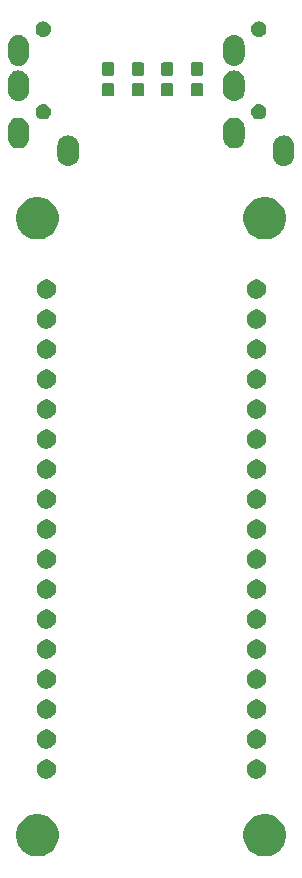
<source format=gbs>
G04 #@! TF.GenerationSoftware,KiCad,Pcbnew,(5.1.0-0)*
G04 #@! TF.CreationDate,2019-06-09T21:10:29+02:00*
G04 #@! TF.ProjectId,blackpill-pendant,626c6163-6b70-4696-9c6c-2d70656e6461,rev?*
G04 #@! TF.SameCoordinates,Original*
G04 #@! TF.FileFunction,Soldermask,Bot*
G04 #@! TF.FilePolarity,Negative*
%FSLAX46Y46*%
G04 Gerber Fmt 4.6, Leading zero omitted, Abs format (unit mm)*
G04 Created by KiCad (PCBNEW (5.1.0-0)) date 2019-06-09 21:10:29*
%MOMM*%
%LPD*%
G04 APERTURE LIST*
%ADD10C,0.100000*%
G04 APERTURE END LIST*
D10*
G36*
X99775331Y-119518211D02*
G01*
X100103092Y-119653974D01*
X100398070Y-119851072D01*
X100648928Y-120101930D01*
X100846026Y-120396908D01*
X100981789Y-120724669D01*
X101051000Y-121072616D01*
X101051000Y-121427384D01*
X100981789Y-121775331D01*
X100846026Y-122103092D01*
X100648928Y-122398070D01*
X100398070Y-122648928D01*
X100103092Y-122846026D01*
X99775331Y-122981789D01*
X99427384Y-123051000D01*
X99072616Y-123051000D01*
X98724669Y-122981789D01*
X98396908Y-122846026D01*
X98101930Y-122648928D01*
X97851072Y-122398070D01*
X97653974Y-122103092D01*
X97518211Y-121775331D01*
X97449000Y-121427384D01*
X97449000Y-121072616D01*
X97518211Y-120724669D01*
X97653974Y-120396908D01*
X97851072Y-120101930D01*
X98101930Y-119851072D01*
X98396908Y-119653974D01*
X98724669Y-119518211D01*
X99072616Y-119449000D01*
X99427384Y-119449000D01*
X99775331Y-119518211D01*
X99775331Y-119518211D01*
G37*
G36*
X80525331Y-119518211D02*
G01*
X80853092Y-119653974D01*
X81148070Y-119851072D01*
X81398928Y-120101930D01*
X81596026Y-120396908D01*
X81731789Y-120724669D01*
X81801000Y-121072616D01*
X81801000Y-121427384D01*
X81731789Y-121775331D01*
X81596026Y-122103092D01*
X81398928Y-122398070D01*
X81148070Y-122648928D01*
X80853092Y-122846026D01*
X80525331Y-122981789D01*
X80177384Y-123051000D01*
X79822616Y-123051000D01*
X79474669Y-122981789D01*
X79146908Y-122846026D01*
X78851930Y-122648928D01*
X78601072Y-122398070D01*
X78403974Y-122103092D01*
X78268211Y-121775331D01*
X78199000Y-121427384D01*
X78199000Y-121072616D01*
X78268211Y-120724669D01*
X78403974Y-120396908D01*
X78601072Y-120101930D01*
X78851930Y-119851072D01*
X79146908Y-119653974D01*
X79474669Y-119518211D01*
X79822616Y-119449000D01*
X80177384Y-119449000D01*
X80525331Y-119518211D01*
X80525331Y-119518211D01*
G37*
G36*
X98777142Y-114863243D02*
G01*
X98925101Y-114924530D01*
X99058255Y-115013500D01*
X99171501Y-115126746D01*
X99260471Y-115259900D01*
X99321758Y-115407859D01*
X99353000Y-115564926D01*
X99353000Y-115725076D01*
X99321758Y-115882143D01*
X99260471Y-116030102D01*
X99171501Y-116163256D01*
X99058255Y-116276502D01*
X98925101Y-116365472D01*
X98777142Y-116426759D01*
X98620075Y-116458001D01*
X98459925Y-116458001D01*
X98302858Y-116426759D01*
X98154899Y-116365472D01*
X98021745Y-116276502D01*
X97908499Y-116163256D01*
X97819529Y-116030102D01*
X97758242Y-115882143D01*
X97727000Y-115725076D01*
X97727000Y-115564926D01*
X97758242Y-115407859D01*
X97819529Y-115259900D01*
X97908499Y-115126746D01*
X98021745Y-115013500D01*
X98154899Y-114924530D01*
X98302858Y-114863243D01*
X98459925Y-114832001D01*
X98620075Y-114832001D01*
X98777142Y-114863243D01*
X98777142Y-114863243D01*
G37*
G36*
X80997142Y-114863243D02*
G01*
X81145101Y-114924530D01*
X81278255Y-115013500D01*
X81391501Y-115126746D01*
X81480471Y-115259900D01*
X81541758Y-115407859D01*
X81573000Y-115564926D01*
X81573000Y-115725076D01*
X81541758Y-115882143D01*
X81480471Y-116030102D01*
X81391501Y-116163256D01*
X81278255Y-116276502D01*
X81145101Y-116365472D01*
X80997142Y-116426759D01*
X80840075Y-116458001D01*
X80679925Y-116458001D01*
X80522858Y-116426759D01*
X80374899Y-116365472D01*
X80241745Y-116276502D01*
X80128499Y-116163256D01*
X80039529Y-116030102D01*
X79978242Y-115882143D01*
X79947000Y-115725076D01*
X79947000Y-115564926D01*
X79978242Y-115407859D01*
X80039529Y-115259900D01*
X80128499Y-115126746D01*
X80241745Y-115013500D01*
X80374899Y-114924530D01*
X80522858Y-114863243D01*
X80679925Y-114832001D01*
X80840075Y-114832001D01*
X80997142Y-114863243D01*
X80997142Y-114863243D01*
G37*
G36*
X98777142Y-112323243D02*
G01*
X98925101Y-112384530D01*
X99058255Y-112473500D01*
X99171501Y-112586746D01*
X99260471Y-112719900D01*
X99321758Y-112867859D01*
X99353000Y-113024926D01*
X99353000Y-113185076D01*
X99321758Y-113342143D01*
X99260471Y-113490102D01*
X99171501Y-113623256D01*
X99058255Y-113736502D01*
X98925101Y-113825472D01*
X98777142Y-113886759D01*
X98620075Y-113918001D01*
X98459925Y-113918001D01*
X98302858Y-113886759D01*
X98154899Y-113825472D01*
X98021745Y-113736502D01*
X97908499Y-113623256D01*
X97819529Y-113490102D01*
X97758242Y-113342143D01*
X97727000Y-113185076D01*
X97727000Y-113024926D01*
X97758242Y-112867859D01*
X97819529Y-112719900D01*
X97908499Y-112586746D01*
X98021745Y-112473500D01*
X98154899Y-112384530D01*
X98302858Y-112323243D01*
X98459925Y-112292001D01*
X98620075Y-112292001D01*
X98777142Y-112323243D01*
X98777142Y-112323243D01*
G37*
G36*
X80997142Y-112323243D02*
G01*
X81145101Y-112384530D01*
X81278255Y-112473500D01*
X81391501Y-112586746D01*
X81480471Y-112719900D01*
X81541758Y-112867859D01*
X81573000Y-113024926D01*
X81573000Y-113185076D01*
X81541758Y-113342143D01*
X81480471Y-113490102D01*
X81391501Y-113623256D01*
X81278255Y-113736502D01*
X81145101Y-113825472D01*
X80997142Y-113886759D01*
X80840075Y-113918001D01*
X80679925Y-113918001D01*
X80522858Y-113886759D01*
X80374899Y-113825472D01*
X80241745Y-113736502D01*
X80128499Y-113623256D01*
X80039529Y-113490102D01*
X79978242Y-113342143D01*
X79947000Y-113185076D01*
X79947000Y-113024926D01*
X79978242Y-112867859D01*
X80039529Y-112719900D01*
X80128499Y-112586746D01*
X80241745Y-112473500D01*
X80374899Y-112384530D01*
X80522858Y-112323243D01*
X80679925Y-112292001D01*
X80840075Y-112292001D01*
X80997142Y-112323243D01*
X80997142Y-112323243D01*
G37*
G36*
X98777142Y-109783243D02*
G01*
X98925101Y-109844530D01*
X99058255Y-109933500D01*
X99171501Y-110046746D01*
X99260471Y-110179900D01*
X99321758Y-110327859D01*
X99353000Y-110484926D01*
X99353000Y-110645076D01*
X99321758Y-110802143D01*
X99260471Y-110950102D01*
X99171501Y-111083256D01*
X99058255Y-111196502D01*
X98925101Y-111285472D01*
X98777142Y-111346759D01*
X98620075Y-111378001D01*
X98459925Y-111378001D01*
X98302858Y-111346759D01*
X98154899Y-111285472D01*
X98021745Y-111196502D01*
X97908499Y-111083256D01*
X97819529Y-110950102D01*
X97758242Y-110802143D01*
X97727000Y-110645076D01*
X97727000Y-110484926D01*
X97758242Y-110327859D01*
X97819529Y-110179900D01*
X97908499Y-110046746D01*
X98021745Y-109933500D01*
X98154899Y-109844530D01*
X98302858Y-109783243D01*
X98459925Y-109752001D01*
X98620075Y-109752001D01*
X98777142Y-109783243D01*
X98777142Y-109783243D01*
G37*
G36*
X80997142Y-109783243D02*
G01*
X81145101Y-109844530D01*
X81278255Y-109933500D01*
X81391501Y-110046746D01*
X81480471Y-110179900D01*
X81541758Y-110327859D01*
X81573000Y-110484926D01*
X81573000Y-110645076D01*
X81541758Y-110802143D01*
X81480471Y-110950102D01*
X81391501Y-111083256D01*
X81278255Y-111196502D01*
X81145101Y-111285472D01*
X80997142Y-111346759D01*
X80840075Y-111378001D01*
X80679925Y-111378001D01*
X80522858Y-111346759D01*
X80374899Y-111285472D01*
X80241745Y-111196502D01*
X80128499Y-111083256D01*
X80039529Y-110950102D01*
X79978242Y-110802143D01*
X79947000Y-110645076D01*
X79947000Y-110484926D01*
X79978242Y-110327859D01*
X80039529Y-110179900D01*
X80128499Y-110046746D01*
X80241745Y-109933500D01*
X80374899Y-109844530D01*
X80522858Y-109783243D01*
X80679925Y-109752001D01*
X80840075Y-109752001D01*
X80997142Y-109783243D01*
X80997142Y-109783243D01*
G37*
G36*
X80997142Y-107243243D02*
G01*
X81145101Y-107304530D01*
X81278255Y-107393500D01*
X81391501Y-107506746D01*
X81480471Y-107639900D01*
X81541758Y-107787859D01*
X81573000Y-107944926D01*
X81573000Y-108105076D01*
X81541758Y-108262143D01*
X81480471Y-108410102D01*
X81391501Y-108543256D01*
X81278255Y-108656502D01*
X81145101Y-108745472D01*
X80997142Y-108806759D01*
X80840075Y-108838001D01*
X80679925Y-108838001D01*
X80522858Y-108806759D01*
X80374899Y-108745472D01*
X80241745Y-108656502D01*
X80128499Y-108543256D01*
X80039529Y-108410102D01*
X79978242Y-108262143D01*
X79947000Y-108105076D01*
X79947000Y-107944926D01*
X79978242Y-107787859D01*
X80039529Y-107639900D01*
X80128499Y-107506746D01*
X80241745Y-107393500D01*
X80374899Y-107304530D01*
X80522858Y-107243243D01*
X80679925Y-107212001D01*
X80840075Y-107212001D01*
X80997142Y-107243243D01*
X80997142Y-107243243D01*
G37*
G36*
X98777142Y-107243243D02*
G01*
X98925101Y-107304530D01*
X99058255Y-107393500D01*
X99171501Y-107506746D01*
X99260471Y-107639900D01*
X99321758Y-107787859D01*
X99353000Y-107944926D01*
X99353000Y-108105076D01*
X99321758Y-108262143D01*
X99260471Y-108410102D01*
X99171501Y-108543256D01*
X99058255Y-108656502D01*
X98925101Y-108745472D01*
X98777142Y-108806759D01*
X98620075Y-108838001D01*
X98459925Y-108838001D01*
X98302858Y-108806759D01*
X98154899Y-108745472D01*
X98021745Y-108656502D01*
X97908499Y-108543256D01*
X97819529Y-108410102D01*
X97758242Y-108262143D01*
X97727000Y-108105076D01*
X97727000Y-107944926D01*
X97758242Y-107787859D01*
X97819529Y-107639900D01*
X97908499Y-107506746D01*
X98021745Y-107393500D01*
X98154899Y-107304530D01*
X98302858Y-107243243D01*
X98459925Y-107212001D01*
X98620075Y-107212001D01*
X98777142Y-107243243D01*
X98777142Y-107243243D01*
G37*
G36*
X98777142Y-104703243D02*
G01*
X98925101Y-104764530D01*
X99058255Y-104853500D01*
X99171501Y-104966746D01*
X99260471Y-105099900D01*
X99321758Y-105247859D01*
X99353000Y-105404926D01*
X99353000Y-105565076D01*
X99321758Y-105722143D01*
X99260471Y-105870102D01*
X99171501Y-106003256D01*
X99058255Y-106116502D01*
X98925101Y-106205472D01*
X98777142Y-106266759D01*
X98620075Y-106298001D01*
X98459925Y-106298001D01*
X98302858Y-106266759D01*
X98154899Y-106205472D01*
X98021745Y-106116502D01*
X97908499Y-106003256D01*
X97819529Y-105870102D01*
X97758242Y-105722143D01*
X97727000Y-105565076D01*
X97727000Y-105404926D01*
X97758242Y-105247859D01*
X97819529Y-105099900D01*
X97908499Y-104966746D01*
X98021745Y-104853500D01*
X98154899Y-104764530D01*
X98302858Y-104703243D01*
X98459925Y-104672001D01*
X98620075Y-104672001D01*
X98777142Y-104703243D01*
X98777142Y-104703243D01*
G37*
G36*
X80997142Y-104703243D02*
G01*
X81145101Y-104764530D01*
X81278255Y-104853500D01*
X81391501Y-104966746D01*
X81480471Y-105099900D01*
X81541758Y-105247859D01*
X81573000Y-105404926D01*
X81573000Y-105565076D01*
X81541758Y-105722143D01*
X81480471Y-105870102D01*
X81391501Y-106003256D01*
X81278255Y-106116502D01*
X81145101Y-106205472D01*
X80997142Y-106266759D01*
X80840075Y-106298001D01*
X80679925Y-106298001D01*
X80522858Y-106266759D01*
X80374899Y-106205472D01*
X80241745Y-106116502D01*
X80128499Y-106003256D01*
X80039529Y-105870102D01*
X79978242Y-105722143D01*
X79947000Y-105565076D01*
X79947000Y-105404926D01*
X79978242Y-105247859D01*
X80039529Y-105099900D01*
X80128499Y-104966746D01*
X80241745Y-104853500D01*
X80374899Y-104764530D01*
X80522858Y-104703243D01*
X80679925Y-104672001D01*
X80840075Y-104672001D01*
X80997142Y-104703243D01*
X80997142Y-104703243D01*
G37*
G36*
X80997142Y-102163243D02*
G01*
X81145101Y-102224530D01*
X81278255Y-102313500D01*
X81391501Y-102426746D01*
X81480471Y-102559900D01*
X81541758Y-102707859D01*
X81573000Y-102864926D01*
X81573000Y-103025076D01*
X81541758Y-103182143D01*
X81480471Y-103330102D01*
X81391501Y-103463256D01*
X81278255Y-103576502D01*
X81145101Y-103665472D01*
X80997142Y-103726759D01*
X80840075Y-103758001D01*
X80679925Y-103758001D01*
X80522858Y-103726759D01*
X80374899Y-103665472D01*
X80241745Y-103576502D01*
X80128499Y-103463256D01*
X80039529Y-103330102D01*
X79978242Y-103182143D01*
X79947000Y-103025076D01*
X79947000Y-102864926D01*
X79978242Y-102707859D01*
X80039529Y-102559900D01*
X80128499Y-102426746D01*
X80241745Y-102313500D01*
X80374899Y-102224530D01*
X80522858Y-102163243D01*
X80679925Y-102132001D01*
X80840075Y-102132001D01*
X80997142Y-102163243D01*
X80997142Y-102163243D01*
G37*
G36*
X98777142Y-102163243D02*
G01*
X98925101Y-102224530D01*
X99058255Y-102313500D01*
X99171501Y-102426746D01*
X99260471Y-102559900D01*
X99321758Y-102707859D01*
X99353000Y-102864926D01*
X99353000Y-103025076D01*
X99321758Y-103182143D01*
X99260471Y-103330102D01*
X99171501Y-103463256D01*
X99058255Y-103576502D01*
X98925101Y-103665472D01*
X98777142Y-103726759D01*
X98620075Y-103758001D01*
X98459925Y-103758001D01*
X98302858Y-103726759D01*
X98154899Y-103665472D01*
X98021745Y-103576502D01*
X97908499Y-103463256D01*
X97819529Y-103330102D01*
X97758242Y-103182143D01*
X97727000Y-103025076D01*
X97727000Y-102864926D01*
X97758242Y-102707859D01*
X97819529Y-102559900D01*
X97908499Y-102426746D01*
X98021745Y-102313500D01*
X98154899Y-102224530D01*
X98302858Y-102163243D01*
X98459925Y-102132001D01*
X98620075Y-102132001D01*
X98777142Y-102163243D01*
X98777142Y-102163243D01*
G37*
G36*
X98777142Y-99623243D02*
G01*
X98925101Y-99684530D01*
X99058255Y-99773500D01*
X99171501Y-99886746D01*
X99260471Y-100019900D01*
X99321758Y-100167859D01*
X99353000Y-100324926D01*
X99353000Y-100485076D01*
X99321758Y-100642143D01*
X99260471Y-100790102D01*
X99171501Y-100923256D01*
X99058255Y-101036502D01*
X98925101Y-101125472D01*
X98777142Y-101186759D01*
X98620075Y-101218001D01*
X98459925Y-101218001D01*
X98302858Y-101186759D01*
X98154899Y-101125472D01*
X98021745Y-101036502D01*
X97908499Y-100923256D01*
X97819529Y-100790102D01*
X97758242Y-100642143D01*
X97727000Y-100485076D01*
X97727000Y-100324926D01*
X97758242Y-100167859D01*
X97819529Y-100019900D01*
X97908499Y-99886746D01*
X98021745Y-99773500D01*
X98154899Y-99684530D01*
X98302858Y-99623243D01*
X98459925Y-99592001D01*
X98620075Y-99592001D01*
X98777142Y-99623243D01*
X98777142Y-99623243D01*
G37*
G36*
X80997142Y-99623243D02*
G01*
X81145101Y-99684530D01*
X81278255Y-99773500D01*
X81391501Y-99886746D01*
X81480471Y-100019900D01*
X81541758Y-100167859D01*
X81573000Y-100324926D01*
X81573000Y-100485076D01*
X81541758Y-100642143D01*
X81480471Y-100790102D01*
X81391501Y-100923256D01*
X81278255Y-101036502D01*
X81145101Y-101125472D01*
X80997142Y-101186759D01*
X80840075Y-101218001D01*
X80679925Y-101218001D01*
X80522858Y-101186759D01*
X80374899Y-101125472D01*
X80241745Y-101036502D01*
X80128499Y-100923256D01*
X80039529Y-100790102D01*
X79978242Y-100642143D01*
X79947000Y-100485076D01*
X79947000Y-100324926D01*
X79978242Y-100167859D01*
X80039529Y-100019900D01*
X80128499Y-99886746D01*
X80241745Y-99773500D01*
X80374899Y-99684530D01*
X80522858Y-99623243D01*
X80679925Y-99592001D01*
X80840075Y-99592001D01*
X80997142Y-99623243D01*
X80997142Y-99623243D01*
G37*
G36*
X80997142Y-97083243D02*
G01*
X81145101Y-97144530D01*
X81278255Y-97233500D01*
X81391501Y-97346746D01*
X81480471Y-97479900D01*
X81541758Y-97627859D01*
X81573000Y-97784926D01*
X81573000Y-97945076D01*
X81541758Y-98102143D01*
X81480471Y-98250102D01*
X81391501Y-98383256D01*
X81278255Y-98496502D01*
X81145101Y-98585472D01*
X80997142Y-98646759D01*
X80840075Y-98678001D01*
X80679925Y-98678001D01*
X80522858Y-98646759D01*
X80374899Y-98585472D01*
X80241745Y-98496502D01*
X80128499Y-98383256D01*
X80039529Y-98250102D01*
X79978242Y-98102143D01*
X79947000Y-97945076D01*
X79947000Y-97784926D01*
X79978242Y-97627859D01*
X80039529Y-97479900D01*
X80128499Y-97346746D01*
X80241745Y-97233500D01*
X80374899Y-97144530D01*
X80522858Y-97083243D01*
X80679925Y-97052001D01*
X80840075Y-97052001D01*
X80997142Y-97083243D01*
X80997142Y-97083243D01*
G37*
G36*
X98777142Y-97083243D02*
G01*
X98925101Y-97144530D01*
X99058255Y-97233500D01*
X99171501Y-97346746D01*
X99260471Y-97479900D01*
X99321758Y-97627859D01*
X99353000Y-97784926D01*
X99353000Y-97945076D01*
X99321758Y-98102143D01*
X99260471Y-98250102D01*
X99171501Y-98383256D01*
X99058255Y-98496502D01*
X98925101Y-98585472D01*
X98777142Y-98646759D01*
X98620075Y-98678001D01*
X98459925Y-98678001D01*
X98302858Y-98646759D01*
X98154899Y-98585472D01*
X98021745Y-98496502D01*
X97908499Y-98383256D01*
X97819529Y-98250102D01*
X97758242Y-98102143D01*
X97727000Y-97945076D01*
X97727000Y-97784926D01*
X97758242Y-97627859D01*
X97819529Y-97479900D01*
X97908499Y-97346746D01*
X98021745Y-97233500D01*
X98154899Y-97144530D01*
X98302858Y-97083243D01*
X98459925Y-97052001D01*
X98620075Y-97052001D01*
X98777142Y-97083243D01*
X98777142Y-97083243D01*
G37*
G36*
X80997142Y-94543243D02*
G01*
X81145101Y-94604530D01*
X81278255Y-94693500D01*
X81391501Y-94806746D01*
X81480471Y-94939900D01*
X81541758Y-95087859D01*
X81573000Y-95244926D01*
X81573000Y-95405076D01*
X81541758Y-95562143D01*
X81480471Y-95710102D01*
X81391501Y-95843256D01*
X81278255Y-95956502D01*
X81145101Y-96045472D01*
X80997142Y-96106759D01*
X80840075Y-96138001D01*
X80679925Y-96138001D01*
X80522858Y-96106759D01*
X80374899Y-96045472D01*
X80241745Y-95956502D01*
X80128499Y-95843256D01*
X80039529Y-95710102D01*
X79978242Y-95562143D01*
X79947000Y-95405076D01*
X79947000Y-95244926D01*
X79978242Y-95087859D01*
X80039529Y-94939900D01*
X80128499Y-94806746D01*
X80241745Y-94693500D01*
X80374899Y-94604530D01*
X80522858Y-94543243D01*
X80679925Y-94512001D01*
X80840075Y-94512001D01*
X80997142Y-94543243D01*
X80997142Y-94543243D01*
G37*
G36*
X98777142Y-94543243D02*
G01*
X98925101Y-94604530D01*
X99058255Y-94693500D01*
X99171501Y-94806746D01*
X99260471Y-94939900D01*
X99321758Y-95087859D01*
X99353000Y-95244926D01*
X99353000Y-95405076D01*
X99321758Y-95562143D01*
X99260471Y-95710102D01*
X99171501Y-95843256D01*
X99058255Y-95956502D01*
X98925101Y-96045472D01*
X98777142Y-96106759D01*
X98620075Y-96138001D01*
X98459925Y-96138001D01*
X98302858Y-96106759D01*
X98154899Y-96045472D01*
X98021745Y-95956502D01*
X97908499Y-95843256D01*
X97819529Y-95710102D01*
X97758242Y-95562143D01*
X97727000Y-95405076D01*
X97727000Y-95244926D01*
X97758242Y-95087859D01*
X97819529Y-94939900D01*
X97908499Y-94806746D01*
X98021745Y-94693500D01*
X98154899Y-94604530D01*
X98302858Y-94543243D01*
X98459925Y-94512001D01*
X98620075Y-94512001D01*
X98777142Y-94543243D01*
X98777142Y-94543243D01*
G37*
G36*
X80997142Y-92003243D02*
G01*
X81145101Y-92064530D01*
X81278255Y-92153500D01*
X81391501Y-92266746D01*
X81480471Y-92399900D01*
X81541758Y-92547859D01*
X81573000Y-92704926D01*
X81573000Y-92865076D01*
X81541758Y-93022143D01*
X81480471Y-93170102D01*
X81391501Y-93303256D01*
X81278255Y-93416502D01*
X81145101Y-93505472D01*
X80997142Y-93566759D01*
X80840075Y-93598001D01*
X80679925Y-93598001D01*
X80522858Y-93566759D01*
X80374899Y-93505472D01*
X80241745Y-93416502D01*
X80128499Y-93303256D01*
X80039529Y-93170102D01*
X79978242Y-93022143D01*
X79947000Y-92865076D01*
X79947000Y-92704926D01*
X79978242Y-92547859D01*
X80039529Y-92399900D01*
X80128499Y-92266746D01*
X80241745Y-92153500D01*
X80374899Y-92064530D01*
X80522858Y-92003243D01*
X80679925Y-91972001D01*
X80840075Y-91972001D01*
X80997142Y-92003243D01*
X80997142Y-92003243D01*
G37*
G36*
X98777142Y-92003243D02*
G01*
X98925101Y-92064530D01*
X99058255Y-92153500D01*
X99171501Y-92266746D01*
X99260471Y-92399900D01*
X99321758Y-92547859D01*
X99353000Y-92704926D01*
X99353000Y-92865076D01*
X99321758Y-93022143D01*
X99260471Y-93170102D01*
X99171501Y-93303256D01*
X99058255Y-93416502D01*
X98925101Y-93505472D01*
X98777142Y-93566759D01*
X98620075Y-93598001D01*
X98459925Y-93598001D01*
X98302858Y-93566759D01*
X98154899Y-93505472D01*
X98021745Y-93416502D01*
X97908499Y-93303256D01*
X97819529Y-93170102D01*
X97758242Y-93022143D01*
X97727000Y-92865076D01*
X97727000Y-92704926D01*
X97758242Y-92547859D01*
X97819529Y-92399900D01*
X97908499Y-92266746D01*
X98021745Y-92153500D01*
X98154899Y-92064530D01*
X98302858Y-92003243D01*
X98459925Y-91972001D01*
X98620075Y-91972001D01*
X98777142Y-92003243D01*
X98777142Y-92003243D01*
G37*
G36*
X80997142Y-89463243D02*
G01*
X81145101Y-89524530D01*
X81278255Y-89613500D01*
X81391501Y-89726746D01*
X81480471Y-89859900D01*
X81541758Y-90007859D01*
X81573000Y-90164926D01*
X81573000Y-90325076D01*
X81541758Y-90482143D01*
X81480471Y-90630102D01*
X81391501Y-90763256D01*
X81278255Y-90876502D01*
X81145101Y-90965472D01*
X80997142Y-91026759D01*
X80840075Y-91058001D01*
X80679925Y-91058001D01*
X80522858Y-91026759D01*
X80374899Y-90965472D01*
X80241745Y-90876502D01*
X80128499Y-90763256D01*
X80039529Y-90630102D01*
X79978242Y-90482143D01*
X79947000Y-90325076D01*
X79947000Y-90164926D01*
X79978242Y-90007859D01*
X80039529Y-89859900D01*
X80128499Y-89726746D01*
X80241745Y-89613500D01*
X80374899Y-89524530D01*
X80522858Y-89463243D01*
X80679925Y-89432001D01*
X80840075Y-89432001D01*
X80997142Y-89463243D01*
X80997142Y-89463243D01*
G37*
G36*
X98777142Y-89463243D02*
G01*
X98925101Y-89524530D01*
X99058255Y-89613500D01*
X99171501Y-89726746D01*
X99260471Y-89859900D01*
X99321758Y-90007859D01*
X99353000Y-90164926D01*
X99353000Y-90325076D01*
X99321758Y-90482143D01*
X99260471Y-90630102D01*
X99171501Y-90763256D01*
X99058255Y-90876502D01*
X98925101Y-90965472D01*
X98777142Y-91026759D01*
X98620075Y-91058001D01*
X98459925Y-91058001D01*
X98302858Y-91026759D01*
X98154899Y-90965472D01*
X98021745Y-90876502D01*
X97908499Y-90763256D01*
X97819529Y-90630102D01*
X97758242Y-90482143D01*
X97727000Y-90325076D01*
X97727000Y-90164926D01*
X97758242Y-90007859D01*
X97819529Y-89859900D01*
X97908499Y-89726746D01*
X98021745Y-89613500D01*
X98154899Y-89524530D01*
X98302858Y-89463243D01*
X98459925Y-89432001D01*
X98620075Y-89432001D01*
X98777142Y-89463243D01*
X98777142Y-89463243D01*
G37*
G36*
X98777142Y-86923243D02*
G01*
X98925101Y-86984530D01*
X99058255Y-87073500D01*
X99171501Y-87186746D01*
X99260471Y-87319900D01*
X99321758Y-87467859D01*
X99353000Y-87624926D01*
X99353000Y-87785076D01*
X99321758Y-87942143D01*
X99260471Y-88090102D01*
X99171501Y-88223256D01*
X99058255Y-88336502D01*
X98925101Y-88425472D01*
X98777142Y-88486759D01*
X98620075Y-88518001D01*
X98459925Y-88518001D01*
X98302858Y-88486759D01*
X98154899Y-88425472D01*
X98021745Y-88336502D01*
X97908499Y-88223256D01*
X97819529Y-88090102D01*
X97758242Y-87942143D01*
X97727000Y-87785076D01*
X97727000Y-87624926D01*
X97758242Y-87467859D01*
X97819529Y-87319900D01*
X97908499Y-87186746D01*
X98021745Y-87073500D01*
X98154899Y-86984530D01*
X98302858Y-86923243D01*
X98459925Y-86892001D01*
X98620075Y-86892001D01*
X98777142Y-86923243D01*
X98777142Y-86923243D01*
G37*
G36*
X80997142Y-86923243D02*
G01*
X81145101Y-86984530D01*
X81278255Y-87073500D01*
X81391501Y-87186746D01*
X81480471Y-87319900D01*
X81541758Y-87467859D01*
X81573000Y-87624926D01*
X81573000Y-87785076D01*
X81541758Y-87942143D01*
X81480471Y-88090102D01*
X81391501Y-88223256D01*
X81278255Y-88336502D01*
X81145101Y-88425472D01*
X80997142Y-88486759D01*
X80840075Y-88518001D01*
X80679925Y-88518001D01*
X80522858Y-88486759D01*
X80374899Y-88425472D01*
X80241745Y-88336502D01*
X80128499Y-88223256D01*
X80039529Y-88090102D01*
X79978242Y-87942143D01*
X79947000Y-87785076D01*
X79947000Y-87624926D01*
X79978242Y-87467859D01*
X80039529Y-87319900D01*
X80128499Y-87186746D01*
X80241745Y-87073500D01*
X80374899Y-86984530D01*
X80522858Y-86923243D01*
X80679925Y-86892001D01*
X80840075Y-86892001D01*
X80997142Y-86923243D01*
X80997142Y-86923243D01*
G37*
G36*
X98777142Y-84383243D02*
G01*
X98925101Y-84444530D01*
X99058255Y-84533500D01*
X99171501Y-84646746D01*
X99260471Y-84779900D01*
X99321758Y-84927859D01*
X99353000Y-85084926D01*
X99353000Y-85245076D01*
X99321758Y-85402143D01*
X99260471Y-85550102D01*
X99171501Y-85683256D01*
X99058255Y-85796502D01*
X98925101Y-85885472D01*
X98777142Y-85946759D01*
X98620075Y-85978001D01*
X98459925Y-85978001D01*
X98302858Y-85946759D01*
X98154899Y-85885472D01*
X98021745Y-85796502D01*
X97908499Y-85683256D01*
X97819529Y-85550102D01*
X97758242Y-85402143D01*
X97727000Y-85245076D01*
X97727000Y-85084926D01*
X97758242Y-84927859D01*
X97819529Y-84779900D01*
X97908499Y-84646746D01*
X98021745Y-84533500D01*
X98154899Y-84444530D01*
X98302858Y-84383243D01*
X98459925Y-84352001D01*
X98620075Y-84352001D01*
X98777142Y-84383243D01*
X98777142Y-84383243D01*
G37*
G36*
X80997142Y-84383243D02*
G01*
X81145101Y-84444530D01*
X81278255Y-84533500D01*
X81391501Y-84646746D01*
X81480471Y-84779900D01*
X81541758Y-84927859D01*
X81573000Y-85084926D01*
X81573000Y-85245076D01*
X81541758Y-85402143D01*
X81480471Y-85550102D01*
X81391501Y-85683256D01*
X81278255Y-85796502D01*
X81145101Y-85885472D01*
X80997142Y-85946759D01*
X80840075Y-85978001D01*
X80679925Y-85978001D01*
X80522858Y-85946759D01*
X80374899Y-85885472D01*
X80241745Y-85796502D01*
X80128499Y-85683256D01*
X80039529Y-85550102D01*
X79978242Y-85402143D01*
X79947000Y-85245076D01*
X79947000Y-85084926D01*
X79978242Y-84927859D01*
X80039529Y-84779900D01*
X80128499Y-84646746D01*
X80241745Y-84533500D01*
X80374899Y-84444530D01*
X80522858Y-84383243D01*
X80679925Y-84352001D01*
X80840075Y-84352001D01*
X80997142Y-84383243D01*
X80997142Y-84383243D01*
G37*
G36*
X98777142Y-81843243D02*
G01*
X98925101Y-81904530D01*
X99058255Y-81993500D01*
X99171501Y-82106746D01*
X99260471Y-82239900D01*
X99321758Y-82387859D01*
X99353000Y-82544926D01*
X99353000Y-82705076D01*
X99321758Y-82862143D01*
X99260471Y-83010102D01*
X99171501Y-83143256D01*
X99058255Y-83256502D01*
X98925101Y-83345472D01*
X98777142Y-83406759D01*
X98620075Y-83438001D01*
X98459925Y-83438001D01*
X98302858Y-83406759D01*
X98154899Y-83345472D01*
X98021745Y-83256502D01*
X97908499Y-83143256D01*
X97819529Y-83010102D01*
X97758242Y-82862143D01*
X97727000Y-82705076D01*
X97727000Y-82544926D01*
X97758242Y-82387859D01*
X97819529Y-82239900D01*
X97908499Y-82106746D01*
X98021745Y-81993500D01*
X98154899Y-81904530D01*
X98302858Y-81843243D01*
X98459925Y-81812001D01*
X98620075Y-81812001D01*
X98777142Y-81843243D01*
X98777142Y-81843243D01*
G37*
G36*
X80997142Y-81843243D02*
G01*
X81145101Y-81904530D01*
X81278255Y-81993500D01*
X81391501Y-82106746D01*
X81480471Y-82239900D01*
X81541758Y-82387859D01*
X81573000Y-82544926D01*
X81573000Y-82705076D01*
X81541758Y-82862143D01*
X81480471Y-83010102D01*
X81391501Y-83143256D01*
X81278255Y-83256502D01*
X81145101Y-83345472D01*
X80997142Y-83406759D01*
X80840075Y-83438001D01*
X80679925Y-83438001D01*
X80522858Y-83406759D01*
X80374899Y-83345472D01*
X80241745Y-83256502D01*
X80128499Y-83143256D01*
X80039529Y-83010102D01*
X79978242Y-82862143D01*
X79947000Y-82705076D01*
X79947000Y-82544926D01*
X79978242Y-82387859D01*
X80039529Y-82239900D01*
X80128499Y-82106746D01*
X80241745Y-81993500D01*
X80374899Y-81904530D01*
X80522858Y-81843243D01*
X80679925Y-81812001D01*
X80840075Y-81812001D01*
X80997142Y-81843243D01*
X80997142Y-81843243D01*
G37*
G36*
X98777142Y-79303243D02*
G01*
X98925101Y-79364530D01*
X99058255Y-79453500D01*
X99171501Y-79566746D01*
X99260471Y-79699900D01*
X99321758Y-79847859D01*
X99353000Y-80004926D01*
X99353000Y-80165076D01*
X99321758Y-80322143D01*
X99260471Y-80470102D01*
X99171501Y-80603256D01*
X99058255Y-80716502D01*
X98925101Y-80805472D01*
X98777142Y-80866759D01*
X98620075Y-80898001D01*
X98459925Y-80898001D01*
X98302858Y-80866759D01*
X98154899Y-80805472D01*
X98021745Y-80716502D01*
X97908499Y-80603256D01*
X97819529Y-80470102D01*
X97758242Y-80322143D01*
X97727000Y-80165076D01*
X97727000Y-80004926D01*
X97758242Y-79847859D01*
X97819529Y-79699900D01*
X97908499Y-79566746D01*
X98021745Y-79453500D01*
X98154899Y-79364530D01*
X98302858Y-79303243D01*
X98459925Y-79272001D01*
X98620075Y-79272001D01*
X98777142Y-79303243D01*
X98777142Y-79303243D01*
G37*
G36*
X80997142Y-79303243D02*
G01*
X81145101Y-79364530D01*
X81278255Y-79453500D01*
X81391501Y-79566746D01*
X81480471Y-79699900D01*
X81541758Y-79847859D01*
X81573000Y-80004926D01*
X81573000Y-80165076D01*
X81541758Y-80322143D01*
X81480471Y-80470102D01*
X81391501Y-80603256D01*
X81278255Y-80716502D01*
X81145101Y-80805472D01*
X80997142Y-80866759D01*
X80840075Y-80898001D01*
X80679925Y-80898001D01*
X80522858Y-80866759D01*
X80374899Y-80805472D01*
X80241745Y-80716502D01*
X80128499Y-80603256D01*
X80039529Y-80470102D01*
X79978242Y-80322143D01*
X79947000Y-80165076D01*
X79947000Y-80004926D01*
X79978242Y-79847859D01*
X80039529Y-79699900D01*
X80128499Y-79566746D01*
X80241745Y-79453500D01*
X80374899Y-79364530D01*
X80522858Y-79303243D01*
X80679925Y-79272001D01*
X80840075Y-79272001D01*
X80997142Y-79303243D01*
X80997142Y-79303243D01*
G37*
G36*
X98777142Y-76763243D02*
G01*
X98925101Y-76824530D01*
X99058255Y-76913500D01*
X99171501Y-77026746D01*
X99260471Y-77159900D01*
X99321758Y-77307859D01*
X99353000Y-77464926D01*
X99353000Y-77625076D01*
X99321758Y-77782143D01*
X99260471Y-77930102D01*
X99171501Y-78063256D01*
X99058255Y-78176502D01*
X98925101Y-78265472D01*
X98777142Y-78326759D01*
X98620075Y-78358001D01*
X98459925Y-78358001D01*
X98302858Y-78326759D01*
X98154899Y-78265472D01*
X98021745Y-78176502D01*
X97908499Y-78063256D01*
X97819529Y-77930102D01*
X97758242Y-77782143D01*
X97727000Y-77625076D01*
X97727000Y-77464926D01*
X97758242Y-77307859D01*
X97819529Y-77159900D01*
X97908499Y-77026746D01*
X98021745Y-76913500D01*
X98154899Y-76824530D01*
X98302858Y-76763243D01*
X98459925Y-76732001D01*
X98620075Y-76732001D01*
X98777142Y-76763243D01*
X98777142Y-76763243D01*
G37*
G36*
X80997142Y-76763243D02*
G01*
X81145101Y-76824530D01*
X81278255Y-76913500D01*
X81391501Y-77026746D01*
X81480471Y-77159900D01*
X81541758Y-77307859D01*
X81573000Y-77464926D01*
X81573000Y-77625076D01*
X81541758Y-77782143D01*
X81480471Y-77930102D01*
X81391501Y-78063256D01*
X81278255Y-78176502D01*
X81145101Y-78265472D01*
X80997142Y-78326759D01*
X80840075Y-78358001D01*
X80679925Y-78358001D01*
X80522858Y-78326759D01*
X80374899Y-78265472D01*
X80241745Y-78176502D01*
X80128499Y-78063256D01*
X80039529Y-77930102D01*
X79978242Y-77782143D01*
X79947000Y-77625076D01*
X79947000Y-77464926D01*
X79978242Y-77307859D01*
X80039529Y-77159900D01*
X80128499Y-77026746D01*
X80241745Y-76913500D01*
X80374899Y-76824530D01*
X80522858Y-76763243D01*
X80679925Y-76732001D01*
X80840075Y-76732001D01*
X80997142Y-76763243D01*
X80997142Y-76763243D01*
G37*
G36*
X98777142Y-74223243D02*
G01*
X98925101Y-74284530D01*
X99058255Y-74373500D01*
X99171501Y-74486746D01*
X99260471Y-74619900D01*
X99321758Y-74767859D01*
X99353000Y-74924926D01*
X99353000Y-75085076D01*
X99321758Y-75242143D01*
X99260471Y-75390102D01*
X99171501Y-75523256D01*
X99058255Y-75636502D01*
X98925101Y-75725472D01*
X98777142Y-75786759D01*
X98620075Y-75818001D01*
X98459925Y-75818001D01*
X98302858Y-75786759D01*
X98154899Y-75725472D01*
X98021745Y-75636502D01*
X97908499Y-75523256D01*
X97819529Y-75390102D01*
X97758242Y-75242143D01*
X97727000Y-75085076D01*
X97727000Y-74924926D01*
X97758242Y-74767859D01*
X97819529Y-74619900D01*
X97908499Y-74486746D01*
X98021745Y-74373500D01*
X98154899Y-74284530D01*
X98302858Y-74223243D01*
X98459925Y-74192001D01*
X98620075Y-74192001D01*
X98777142Y-74223243D01*
X98777142Y-74223243D01*
G37*
G36*
X80997142Y-74223243D02*
G01*
X81145101Y-74284530D01*
X81278255Y-74373500D01*
X81391501Y-74486746D01*
X81480471Y-74619900D01*
X81541758Y-74767859D01*
X81573000Y-74924926D01*
X81573000Y-75085076D01*
X81541758Y-75242143D01*
X81480471Y-75390102D01*
X81391501Y-75523256D01*
X81278255Y-75636502D01*
X81145101Y-75725472D01*
X80997142Y-75786759D01*
X80840075Y-75818001D01*
X80679925Y-75818001D01*
X80522858Y-75786759D01*
X80374899Y-75725472D01*
X80241745Y-75636502D01*
X80128499Y-75523256D01*
X80039529Y-75390102D01*
X79978242Y-75242143D01*
X79947000Y-75085076D01*
X79947000Y-74924926D01*
X79978242Y-74767859D01*
X80039529Y-74619900D01*
X80128499Y-74486746D01*
X80241745Y-74373500D01*
X80374899Y-74284530D01*
X80522858Y-74223243D01*
X80679925Y-74192001D01*
X80840075Y-74192001D01*
X80997142Y-74223243D01*
X80997142Y-74223243D01*
G37*
G36*
X99775331Y-67268211D02*
G01*
X100103092Y-67403974D01*
X100398070Y-67601072D01*
X100648928Y-67851930D01*
X100846026Y-68146908D01*
X100981789Y-68474669D01*
X101051000Y-68822616D01*
X101051000Y-69177384D01*
X100981789Y-69525331D01*
X100846026Y-69853092D01*
X100648928Y-70148070D01*
X100398070Y-70398928D01*
X100103092Y-70596026D01*
X99775331Y-70731789D01*
X99427384Y-70801000D01*
X99072616Y-70801000D01*
X98724669Y-70731789D01*
X98396908Y-70596026D01*
X98101930Y-70398928D01*
X97851072Y-70148070D01*
X97653974Y-69853092D01*
X97518211Y-69525331D01*
X97449000Y-69177384D01*
X97449000Y-68822616D01*
X97518211Y-68474669D01*
X97653974Y-68146908D01*
X97851072Y-67851930D01*
X98101930Y-67601072D01*
X98396908Y-67403974D01*
X98724669Y-67268211D01*
X99072616Y-67199000D01*
X99427384Y-67199000D01*
X99775331Y-67268211D01*
X99775331Y-67268211D01*
G37*
G36*
X80525331Y-67268211D02*
G01*
X80853092Y-67403974D01*
X81148070Y-67601072D01*
X81398928Y-67851930D01*
X81596026Y-68146908D01*
X81731789Y-68474669D01*
X81801000Y-68822616D01*
X81801000Y-69177384D01*
X81731789Y-69525331D01*
X81596026Y-69853092D01*
X81398928Y-70148070D01*
X81148070Y-70398928D01*
X80853092Y-70596026D01*
X80525331Y-70731789D01*
X80177384Y-70801000D01*
X79822616Y-70801000D01*
X79474669Y-70731789D01*
X79146908Y-70596026D01*
X78851930Y-70398928D01*
X78601072Y-70148070D01*
X78403974Y-69853092D01*
X78268211Y-69525331D01*
X78199000Y-69177384D01*
X78199000Y-68822616D01*
X78268211Y-68474669D01*
X78403974Y-68146908D01*
X78601072Y-67851930D01*
X78851930Y-67601072D01*
X79146908Y-67403974D01*
X79474669Y-67268211D01*
X79822616Y-67199000D01*
X80177384Y-67199000D01*
X80525331Y-67268211D01*
X80525331Y-67268211D01*
G37*
G36*
X101026627Y-62012037D02*
G01*
X101196466Y-62063557D01*
X101352991Y-62147222D01*
X101388729Y-62176552D01*
X101490186Y-62259814D01*
X101573448Y-62361271D01*
X101602778Y-62397009D01*
X101686443Y-62553534D01*
X101737963Y-62723373D01*
X101751000Y-62855742D01*
X101751000Y-63744258D01*
X101737963Y-63876627D01*
X101686443Y-64046466D01*
X101602778Y-64202991D01*
X101573448Y-64238729D01*
X101490186Y-64340186D01*
X101352989Y-64452779D01*
X101196467Y-64536442D01*
X101196465Y-64536443D01*
X101026626Y-64587963D01*
X100850000Y-64605359D01*
X100673373Y-64587963D01*
X100503534Y-64536443D01*
X100347009Y-64452778D01*
X100311271Y-64423448D01*
X100209814Y-64340186D01*
X100097221Y-64202989D01*
X100013558Y-64046467D01*
X100013557Y-64046465D01*
X99962037Y-63876626D01*
X99949000Y-63744257D01*
X99949000Y-62855742D01*
X99962038Y-62723373D01*
X100013558Y-62553534D01*
X100097223Y-62397009D01*
X100126553Y-62361271D01*
X100209815Y-62259814D01*
X100311272Y-62176552D01*
X100347010Y-62147222D01*
X100503535Y-62063557D01*
X100673374Y-62012037D01*
X100850000Y-61994641D01*
X101026627Y-62012037D01*
X101026627Y-62012037D01*
G37*
G36*
X82776627Y-62012037D02*
G01*
X82946466Y-62063557D01*
X83102991Y-62147222D01*
X83138729Y-62176552D01*
X83240186Y-62259814D01*
X83323448Y-62361271D01*
X83352778Y-62397009D01*
X83436443Y-62553534D01*
X83487963Y-62723373D01*
X83501000Y-62855742D01*
X83501000Y-63744258D01*
X83487963Y-63876627D01*
X83436443Y-64046466D01*
X83352778Y-64202991D01*
X83323448Y-64238729D01*
X83240186Y-64340186D01*
X83102989Y-64452779D01*
X82946467Y-64536442D01*
X82946465Y-64536443D01*
X82776626Y-64587963D01*
X82600000Y-64605359D01*
X82423373Y-64587963D01*
X82253534Y-64536443D01*
X82097009Y-64452778D01*
X82061271Y-64423448D01*
X81959814Y-64340186D01*
X81847221Y-64202989D01*
X81763558Y-64046467D01*
X81763557Y-64046465D01*
X81712037Y-63876626D01*
X81699000Y-63744257D01*
X81699000Y-62855742D01*
X81712038Y-62723373D01*
X81763558Y-62553534D01*
X81847223Y-62397009D01*
X81876553Y-62361271D01*
X81959815Y-62259814D01*
X82061272Y-62176552D01*
X82097010Y-62147222D01*
X82253535Y-62063557D01*
X82423374Y-62012037D01*
X82600000Y-61994641D01*
X82776627Y-62012037D01*
X82776627Y-62012037D01*
G37*
G36*
X78576627Y-60512037D02*
G01*
X78746466Y-60563557D01*
X78902991Y-60647222D01*
X78907594Y-60651000D01*
X79040186Y-60759814D01*
X79123448Y-60861271D01*
X79152778Y-60897009D01*
X79236443Y-61053534D01*
X79287963Y-61223373D01*
X79301000Y-61355742D01*
X79301000Y-62244258D01*
X79287963Y-62376627D01*
X79236443Y-62546466D01*
X79152778Y-62702991D01*
X79136051Y-62723373D01*
X79040186Y-62840186D01*
X78902989Y-62952779D01*
X78746467Y-63036442D01*
X78746465Y-63036443D01*
X78576626Y-63087963D01*
X78400000Y-63105359D01*
X78223373Y-63087963D01*
X78053534Y-63036443D01*
X77897009Y-62952778D01*
X77861271Y-62923448D01*
X77759814Y-62840186D01*
X77647221Y-62702989D01*
X77563558Y-62546467D01*
X77518221Y-62397011D01*
X77512037Y-62376626D01*
X77499000Y-62244257D01*
X77499000Y-61355742D01*
X77512038Y-61223373D01*
X77563558Y-61053534D01*
X77647223Y-60897009D01*
X77676553Y-60861271D01*
X77759815Y-60759814D01*
X77892407Y-60651000D01*
X77897010Y-60647222D01*
X78053535Y-60563557D01*
X78223374Y-60512037D01*
X78400000Y-60494641D01*
X78576627Y-60512037D01*
X78576627Y-60512037D01*
G37*
G36*
X96826627Y-60512037D02*
G01*
X96996466Y-60563557D01*
X97152991Y-60647222D01*
X97157594Y-60651000D01*
X97290186Y-60759814D01*
X97373448Y-60861271D01*
X97402778Y-60897009D01*
X97486443Y-61053534D01*
X97537963Y-61223373D01*
X97551000Y-61355742D01*
X97551000Y-62244258D01*
X97537963Y-62376627D01*
X97486443Y-62546466D01*
X97402778Y-62702991D01*
X97386051Y-62723373D01*
X97290186Y-62840186D01*
X97152989Y-62952779D01*
X96996467Y-63036442D01*
X96996465Y-63036443D01*
X96826626Y-63087963D01*
X96650000Y-63105359D01*
X96473373Y-63087963D01*
X96303534Y-63036443D01*
X96147009Y-62952778D01*
X96111271Y-62923448D01*
X96009814Y-62840186D01*
X95897221Y-62702989D01*
X95813558Y-62546467D01*
X95768221Y-62397011D01*
X95762037Y-62376626D01*
X95749000Y-62244257D01*
X95749000Y-61355742D01*
X95762038Y-61223373D01*
X95813558Y-61053534D01*
X95897223Y-60897009D01*
X95926553Y-60861271D01*
X96009815Y-60759814D01*
X96142407Y-60651000D01*
X96147010Y-60647222D01*
X96303535Y-60563557D01*
X96473374Y-60512037D01*
X96650000Y-60494641D01*
X96826627Y-60512037D01*
X96826627Y-60512037D01*
G37*
G36*
X80689890Y-59374017D02*
G01*
X80808364Y-59423091D01*
X80914988Y-59494335D01*
X81005665Y-59585012D01*
X81076909Y-59691636D01*
X81125983Y-59810110D01*
X81151000Y-59935882D01*
X81151000Y-60064118D01*
X81125983Y-60189890D01*
X81076909Y-60308364D01*
X81005665Y-60414988D01*
X80914988Y-60505665D01*
X80808364Y-60576909D01*
X80808363Y-60576910D01*
X80808362Y-60576910D01*
X80689890Y-60625983D01*
X80564119Y-60651000D01*
X80435881Y-60651000D01*
X80310110Y-60625983D01*
X80191638Y-60576910D01*
X80191637Y-60576910D01*
X80191636Y-60576909D01*
X80085012Y-60505665D01*
X79994335Y-60414988D01*
X79923091Y-60308364D01*
X79874017Y-60189890D01*
X79849000Y-60064118D01*
X79849000Y-59935882D01*
X79874017Y-59810110D01*
X79923091Y-59691636D01*
X79994335Y-59585012D01*
X80085012Y-59494335D01*
X80191636Y-59423091D01*
X80310110Y-59374017D01*
X80435881Y-59349000D01*
X80564119Y-59349000D01*
X80689890Y-59374017D01*
X80689890Y-59374017D01*
G37*
G36*
X98939890Y-59374017D02*
G01*
X99058364Y-59423091D01*
X99164988Y-59494335D01*
X99255665Y-59585012D01*
X99326909Y-59691636D01*
X99375983Y-59810110D01*
X99401000Y-59935882D01*
X99401000Y-60064118D01*
X99375983Y-60189890D01*
X99326909Y-60308364D01*
X99255665Y-60414988D01*
X99164988Y-60505665D01*
X99058364Y-60576909D01*
X99058363Y-60576910D01*
X99058362Y-60576910D01*
X98939890Y-60625983D01*
X98814119Y-60651000D01*
X98685881Y-60651000D01*
X98560110Y-60625983D01*
X98441638Y-60576910D01*
X98441637Y-60576910D01*
X98441636Y-60576909D01*
X98335012Y-60505665D01*
X98244335Y-60414988D01*
X98173091Y-60308364D01*
X98124017Y-60189890D01*
X98099000Y-60064118D01*
X98099000Y-59935882D01*
X98124017Y-59810110D01*
X98173091Y-59691636D01*
X98244335Y-59585012D01*
X98335012Y-59494335D01*
X98441636Y-59423091D01*
X98560110Y-59374017D01*
X98685881Y-59349000D01*
X98814119Y-59349000D01*
X98939890Y-59374017D01*
X98939890Y-59374017D01*
G37*
G36*
X78576627Y-56512037D02*
G01*
X78746466Y-56563557D01*
X78902991Y-56647222D01*
X78938729Y-56676552D01*
X79040186Y-56759814D01*
X79095319Y-56826995D01*
X79152778Y-56897009D01*
X79236443Y-57053534D01*
X79287963Y-57223373D01*
X79301000Y-57355742D01*
X79301000Y-58244258D01*
X79287963Y-58376627D01*
X79236443Y-58546466D01*
X79152778Y-58702991D01*
X79123448Y-58738729D01*
X79040186Y-58840186D01*
X78902989Y-58952779D01*
X78746467Y-59036442D01*
X78746465Y-59036443D01*
X78576626Y-59087963D01*
X78400000Y-59105359D01*
X78223373Y-59087963D01*
X78053534Y-59036443D01*
X77897009Y-58952778D01*
X77861271Y-58923448D01*
X77759814Y-58840186D01*
X77647221Y-58702989D01*
X77563558Y-58546467D01*
X77561444Y-58539499D01*
X77512037Y-58376626D01*
X77499000Y-58244257D01*
X77499000Y-57355742D01*
X77512038Y-57223373D01*
X77563558Y-57053534D01*
X77647223Y-56897009D01*
X77704682Y-56826995D01*
X77759815Y-56759814D01*
X77861272Y-56676552D01*
X77897010Y-56647222D01*
X78053535Y-56563557D01*
X78223374Y-56512037D01*
X78400000Y-56494641D01*
X78576627Y-56512037D01*
X78576627Y-56512037D01*
G37*
G36*
X96826627Y-56512037D02*
G01*
X96996466Y-56563557D01*
X97152991Y-56647222D01*
X97188729Y-56676552D01*
X97290186Y-56759814D01*
X97345319Y-56826995D01*
X97402778Y-56897009D01*
X97486443Y-57053534D01*
X97537963Y-57223373D01*
X97551000Y-57355742D01*
X97551000Y-58244258D01*
X97537963Y-58376627D01*
X97486443Y-58546466D01*
X97402778Y-58702991D01*
X97373448Y-58738729D01*
X97290186Y-58840186D01*
X97152989Y-58952779D01*
X96996467Y-59036442D01*
X96996465Y-59036443D01*
X96826626Y-59087963D01*
X96650000Y-59105359D01*
X96473373Y-59087963D01*
X96303534Y-59036443D01*
X96147009Y-58952778D01*
X96111271Y-58923448D01*
X96009814Y-58840186D01*
X95897221Y-58702989D01*
X95813558Y-58546467D01*
X95811444Y-58539499D01*
X95762037Y-58376626D01*
X95749000Y-58244257D01*
X95749000Y-57355742D01*
X95762038Y-57223373D01*
X95813558Y-57053534D01*
X95897223Y-56897009D01*
X95954682Y-56826995D01*
X96009815Y-56759814D01*
X96111272Y-56676552D01*
X96147010Y-56647222D01*
X96303535Y-56563557D01*
X96473374Y-56512037D01*
X96650000Y-56494641D01*
X96826627Y-56512037D01*
X96826627Y-56512037D01*
G37*
G36*
X93864499Y-57553445D02*
G01*
X93901995Y-57564820D01*
X93936554Y-57583292D01*
X93966847Y-57608153D01*
X93991708Y-57638446D01*
X94010180Y-57673005D01*
X94021555Y-57710501D01*
X94026000Y-57755638D01*
X94026000Y-58494362D01*
X94021555Y-58539499D01*
X94010180Y-58576995D01*
X93991708Y-58611554D01*
X93966847Y-58641847D01*
X93936554Y-58666708D01*
X93901995Y-58685180D01*
X93864499Y-58696555D01*
X93819362Y-58701000D01*
X93180638Y-58701000D01*
X93135501Y-58696555D01*
X93098005Y-58685180D01*
X93063446Y-58666708D01*
X93033153Y-58641847D01*
X93008292Y-58611554D01*
X92989820Y-58576995D01*
X92978445Y-58539499D01*
X92974000Y-58494362D01*
X92974000Y-57755638D01*
X92978445Y-57710501D01*
X92989820Y-57673005D01*
X93008292Y-57638446D01*
X93033153Y-57608153D01*
X93063446Y-57583292D01*
X93098005Y-57564820D01*
X93135501Y-57553445D01*
X93180638Y-57549000D01*
X93819362Y-57549000D01*
X93864499Y-57553445D01*
X93864499Y-57553445D01*
G37*
G36*
X86364499Y-57553445D02*
G01*
X86401995Y-57564820D01*
X86436554Y-57583292D01*
X86466847Y-57608153D01*
X86491708Y-57638446D01*
X86510180Y-57673005D01*
X86521555Y-57710501D01*
X86526000Y-57755638D01*
X86526000Y-58494362D01*
X86521555Y-58539499D01*
X86510180Y-58576995D01*
X86491708Y-58611554D01*
X86466847Y-58641847D01*
X86436554Y-58666708D01*
X86401995Y-58685180D01*
X86364499Y-58696555D01*
X86319362Y-58701000D01*
X85680638Y-58701000D01*
X85635501Y-58696555D01*
X85598005Y-58685180D01*
X85563446Y-58666708D01*
X85533153Y-58641847D01*
X85508292Y-58611554D01*
X85489820Y-58576995D01*
X85478445Y-58539499D01*
X85474000Y-58494362D01*
X85474000Y-57755638D01*
X85478445Y-57710501D01*
X85489820Y-57673005D01*
X85508292Y-57638446D01*
X85533153Y-57608153D01*
X85563446Y-57583292D01*
X85598005Y-57564820D01*
X85635501Y-57553445D01*
X85680638Y-57549000D01*
X86319362Y-57549000D01*
X86364499Y-57553445D01*
X86364499Y-57553445D01*
G37*
G36*
X91364499Y-57553445D02*
G01*
X91401995Y-57564820D01*
X91436554Y-57583292D01*
X91466847Y-57608153D01*
X91491708Y-57638446D01*
X91510180Y-57673005D01*
X91521555Y-57710501D01*
X91526000Y-57755638D01*
X91526000Y-58494362D01*
X91521555Y-58539499D01*
X91510180Y-58576995D01*
X91491708Y-58611554D01*
X91466847Y-58641847D01*
X91436554Y-58666708D01*
X91401995Y-58685180D01*
X91364499Y-58696555D01*
X91319362Y-58701000D01*
X90680638Y-58701000D01*
X90635501Y-58696555D01*
X90598005Y-58685180D01*
X90563446Y-58666708D01*
X90533153Y-58641847D01*
X90508292Y-58611554D01*
X90489820Y-58576995D01*
X90478445Y-58539499D01*
X90474000Y-58494362D01*
X90474000Y-57755638D01*
X90478445Y-57710501D01*
X90489820Y-57673005D01*
X90508292Y-57638446D01*
X90533153Y-57608153D01*
X90563446Y-57583292D01*
X90598005Y-57564820D01*
X90635501Y-57553445D01*
X90680638Y-57549000D01*
X91319362Y-57549000D01*
X91364499Y-57553445D01*
X91364499Y-57553445D01*
G37*
G36*
X88864499Y-57553445D02*
G01*
X88901995Y-57564820D01*
X88936554Y-57583292D01*
X88966847Y-57608153D01*
X88991708Y-57638446D01*
X89010180Y-57673005D01*
X89021555Y-57710501D01*
X89026000Y-57755638D01*
X89026000Y-58494362D01*
X89021555Y-58539499D01*
X89010180Y-58576995D01*
X88991708Y-58611554D01*
X88966847Y-58641847D01*
X88936554Y-58666708D01*
X88901995Y-58685180D01*
X88864499Y-58696555D01*
X88819362Y-58701000D01*
X88180638Y-58701000D01*
X88135501Y-58696555D01*
X88098005Y-58685180D01*
X88063446Y-58666708D01*
X88033153Y-58641847D01*
X88008292Y-58611554D01*
X87989820Y-58576995D01*
X87978445Y-58539499D01*
X87974000Y-58494362D01*
X87974000Y-57755638D01*
X87978445Y-57710501D01*
X87989820Y-57673005D01*
X88008292Y-57638446D01*
X88033153Y-57608153D01*
X88063446Y-57583292D01*
X88098005Y-57564820D01*
X88135501Y-57553445D01*
X88180638Y-57549000D01*
X88819362Y-57549000D01*
X88864499Y-57553445D01*
X88864499Y-57553445D01*
G37*
G36*
X93864499Y-55803445D02*
G01*
X93901995Y-55814820D01*
X93936554Y-55833292D01*
X93966847Y-55858153D01*
X93991708Y-55888446D01*
X94010180Y-55923005D01*
X94021555Y-55960501D01*
X94026000Y-56005638D01*
X94026000Y-56744362D01*
X94021555Y-56789499D01*
X94010180Y-56826995D01*
X93991708Y-56861554D01*
X93966847Y-56891847D01*
X93936554Y-56916708D01*
X93901995Y-56935180D01*
X93864499Y-56946555D01*
X93819362Y-56951000D01*
X93180638Y-56951000D01*
X93135501Y-56946555D01*
X93098005Y-56935180D01*
X93063446Y-56916708D01*
X93033153Y-56891847D01*
X93008292Y-56861554D01*
X92989820Y-56826995D01*
X92978445Y-56789499D01*
X92974000Y-56744362D01*
X92974000Y-56005638D01*
X92978445Y-55960501D01*
X92989820Y-55923005D01*
X93008292Y-55888446D01*
X93033153Y-55858153D01*
X93063446Y-55833292D01*
X93098005Y-55814820D01*
X93135501Y-55803445D01*
X93180638Y-55799000D01*
X93819362Y-55799000D01*
X93864499Y-55803445D01*
X93864499Y-55803445D01*
G37*
G36*
X91364499Y-55803445D02*
G01*
X91401995Y-55814820D01*
X91436554Y-55833292D01*
X91466847Y-55858153D01*
X91491708Y-55888446D01*
X91510180Y-55923005D01*
X91521555Y-55960501D01*
X91526000Y-56005638D01*
X91526000Y-56744362D01*
X91521555Y-56789499D01*
X91510180Y-56826995D01*
X91491708Y-56861554D01*
X91466847Y-56891847D01*
X91436554Y-56916708D01*
X91401995Y-56935180D01*
X91364499Y-56946555D01*
X91319362Y-56951000D01*
X90680638Y-56951000D01*
X90635501Y-56946555D01*
X90598005Y-56935180D01*
X90563446Y-56916708D01*
X90533153Y-56891847D01*
X90508292Y-56861554D01*
X90489820Y-56826995D01*
X90478445Y-56789499D01*
X90474000Y-56744362D01*
X90474000Y-56005638D01*
X90478445Y-55960501D01*
X90489820Y-55923005D01*
X90508292Y-55888446D01*
X90533153Y-55858153D01*
X90563446Y-55833292D01*
X90598005Y-55814820D01*
X90635501Y-55803445D01*
X90680638Y-55799000D01*
X91319362Y-55799000D01*
X91364499Y-55803445D01*
X91364499Y-55803445D01*
G37*
G36*
X88864499Y-55803445D02*
G01*
X88901995Y-55814820D01*
X88936554Y-55833292D01*
X88966847Y-55858153D01*
X88991708Y-55888446D01*
X89010180Y-55923005D01*
X89021555Y-55960501D01*
X89026000Y-56005638D01*
X89026000Y-56744362D01*
X89021555Y-56789499D01*
X89010180Y-56826995D01*
X88991708Y-56861554D01*
X88966847Y-56891847D01*
X88936554Y-56916708D01*
X88901995Y-56935180D01*
X88864499Y-56946555D01*
X88819362Y-56951000D01*
X88180638Y-56951000D01*
X88135501Y-56946555D01*
X88098005Y-56935180D01*
X88063446Y-56916708D01*
X88033153Y-56891847D01*
X88008292Y-56861554D01*
X87989820Y-56826995D01*
X87978445Y-56789499D01*
X87974000Y-56744362D01*
X87974000Y-56005638D01*
X87978445Y-55960501D01*
X87989820Y-55923005D01*
X88008292Y-55888446D01*
X88033153Y-55858153D01*
X88063446Y-55833292D01*
X88098005Y-55814820D01*
X88135501Y-55803445D01*
X88180638Y-55799000D01*
X88819362Y-55799000D01*
X88864499Y-55803445D01*
X88864499Y-55803445D01*
G37*
G36*
X86364499Y-55803445D02*
G01*
X86401995Y-55814820D01*
X86436554Y-55833292D01*
X86466847Y-55858153D01*
X86491708Y-55888446D01*
X86510180Y-55923005D01*
X86521555Y-55960501D01*
X86526000Y-56005638D01*
X86526000Y-56744362D01*
X86521555Y-56789499D01*
X86510180Y-56826995D01*
X86491708Y-56861554D01*
X86466847Y-56891847D01*
X86436554Y-56916708D01*
X86401995Y-56935180D01*
X86364499Y-56946555D01*
X86319362Y-56951000D01*
X85680638Y-56951000D01*
X85635501Y-56946555D01*
X85598005Y-56935180D01*
X85563446Y-56916708D01*
X85533153Y-56891847D01*
X85508292Y-56861554D01*
X85489820Y-56826995D01*
X85478445Y-56789499D01*
X85474000Y-56744362D01*
X85474000Y-56005638D01*
X85478445Y-55960501D01*
X85489820Y-55923005D01*
X85508292Y-55888446D01*
X85533153Y-55858153D01*
X85563446Y-55833292D01*
X85598005Y-55814820D01*
X85635501Y-55803445D01*
X85680638Y-55799000D01*
X86319362Y-55799000D01*
X86364499Y-55803445D01*
X86364499Y-55803445D01*
G37*
G36*
X78576627Y-53512037D02*
G01*
X78746466Y-53563557D01*
X78902991Y-53647222D01*
X78907594Y-53651000D01*
X79040186Y-53759814D01*
X79123448Y-53861271D01*
X79152778Y-53897009D01*
X79236443Y-54053534D01*
X79287963Y-54223373D01*
X79301000Y-54355742D01*
X79301000Y-55244258D01*
X79287963Y-55376627D01*
X79236443Y-55546466D01*
X79152778Y-55702991D01*
X79123448Y-55738729D01*
X79040186Y-55840186D01*
X78902989Y-55952779D01*
X78746467Y-56036442D01*
X78746465Y-56036443D01*
X78576626Y-56087963D01*
X78400000Y-56105359D01*
X78223373Y-56087963D01*
X78053534Y-56036443D01*
X77897009Y-55952778D01*
X77852055Y-55915885D01*
X77759814Y-55840186D01*
X77647221Y-55702989D01*
X77563558Y-55546467D01*
X77563557Y-55546465D01*
X77512037Y-55376626D01*
X77499000Y-55244257D01*
X77499000Y-54355742D01*
X77512038Y-54223373D01*
X77563558Y-54053534D01*
X77647223Y-53897009D01*
X77676553Y-53861271D01*
X77759815Y-53759814D01*
X77892407Y-53651000D01*
X77897010Y-53647222D01*
X78053535Y-53563557D01*
X78223374Y-53512037D01*
X78400000Y-53494641D01*
X78576627Y-53512037D01*
X78576627Y-53512037D01*
G37*
G36*
X96826627Y-53512037D02*
G01*
X96996466Y-53563557D01*
X97152991Y-53647222D01*
X97157594Y-53651000D01*
X97290186Y-53759814D01*
X97373448Y-53861271D01*
X97402778Y-53897009D01*
X97486443Y-54053534D01*
X97537963Y-54223373D01*
X97551000Y-54355742D01*
X97551000Y-55244258D01*
X97537963Y-55376627D01*
X97486443Y-55546466D01*
X97402778Y-55702991D01*
X97373448Y-55738729D01*
X97290186Y-55840186D01*
X97152989Y-55952779D01*
X96996467Y-56036442D01*
X96996465Y-56036443D01*
X96826626Y-56087963D01*
X96650000Y-56105359D01*
X96473373Y-56087963D01*
X96303534Y-56036443D01*
X96147009Y-55952778D01*
X96102055Y-55915885D01*
X96009814Y-55840186D01*
X95897221Y-55702989D01*
X95813558Y-55546467D01*
X95813557Y-55546465D01*
X95762037Y-55376626D01*
X95749000Y-55244257D01*
X95749000Y-54355742D01*
X95762038Y-54223373D01*
X95813558Y-54053534D01*
X95897223Y-53897009D01*
X95926553Y-53861271D01*
X96009815Y-53759814D01*
X96142407Y-53651000D01*
X96147010Y-53647222D01*
X96303535Y-53563557D01*
X96473374Y-53512037D01*
X96650000Y-53494641D01*
X96826627Y-53512037D01*
X96826627Y-53512037D01*
G37*
G36*
X80689890Y-52374017D02*
G01*
X80808364Y-52423091D01*
X80914988Y-52494335D01*
X81005665Y-52585012D01*
X81076909Y-52691636D01*
X81125983Y-52810110D01*
X81151000Y-52935882D01*
X81151000Y-53064118D01*
X81125983Y-53189890D01*
X81076909Y-53308364D01*
X81005665Y-53414988D01*
X80914988Y-53505665D01*
X80808364Y-53576909D01*
X80808363Y-53576910D01*
X80808362Y-53576910D01*
X80689890Y-53625983D01*
X80564119Y-53651000D01*
X80435881Y-53651000D01*
X80310110Y-53625983D01*
X80191638Y-53576910D01*
X80191637Y-53576910D01*
X80191636Y-53576909D01*
X80085012Y-53505665D01*
X79994335Y-53414988D01*
X79923091Y-53308364D01*
X79874017Y-53189890D01*
X79849000Y-53064118D01*
X79849000Y-52935882D01*
X79874017Y-52810110D01*
X79923091Y-52691636D01*
X79994335Y-52585012D01*
X80085012Y-52494335D01*
X80191636Y-52423091D01*
X80310110Y-52374017D01*
X80435881Y-52349000D01*
X80564119Y-52349000D01*
X80689890Y-52374017D01*
X80689890Y-52374017D01*
G37*
G36*
X98939890Y-52374017D02*
G01*
X99058364Y-52423091D01*
X99164988Y-52494335D01*
X99255665Y-52585012D01*
X99326909Y-52691636D01*
X99375983Y-52810110D01*
X99401000Y-52935882D01*
X99401000Y-53064118D01*
X99375983Y-53189890D01*
X99326909Y-53308364D01*
X99255665Y-53414988D01*
X99164988Y-53505665D01*
X99058364Y-53576909D01*
X99058363Y-53576910D01*
X99058362Y-53576910D01*
X98939890Y-53625983D01*
X98814119Y-53651000D01*
X98685881Y-53651000D01*
X98560110Y-53625983D01*
X98441638Y-53576910D01*
X98441637Y-53576910D01*
X98441636Y-53576909D01*
X98335012Y-53505665D01*
X98244335Y-53414988D01*
X98173091Y-53308364D01*
X98124017Y-53189890D01*
X98099000Y-53064118D01*
X98099000Y-52935882D01*
X98124017Y-52810110D01*
X98173091Y-52691636D01*
X98244335Y-52585012D01*
X98335012Y-52494335D01*
X98441636Y-52423091D01*
X98560110Y-52374017D01*
X98685881Y-52349000D01*
X98814119Y-52349000D01*
X98939890Y-52374017D01*
X98939890Y-52374017D01*
G37*
M02*

</source>
